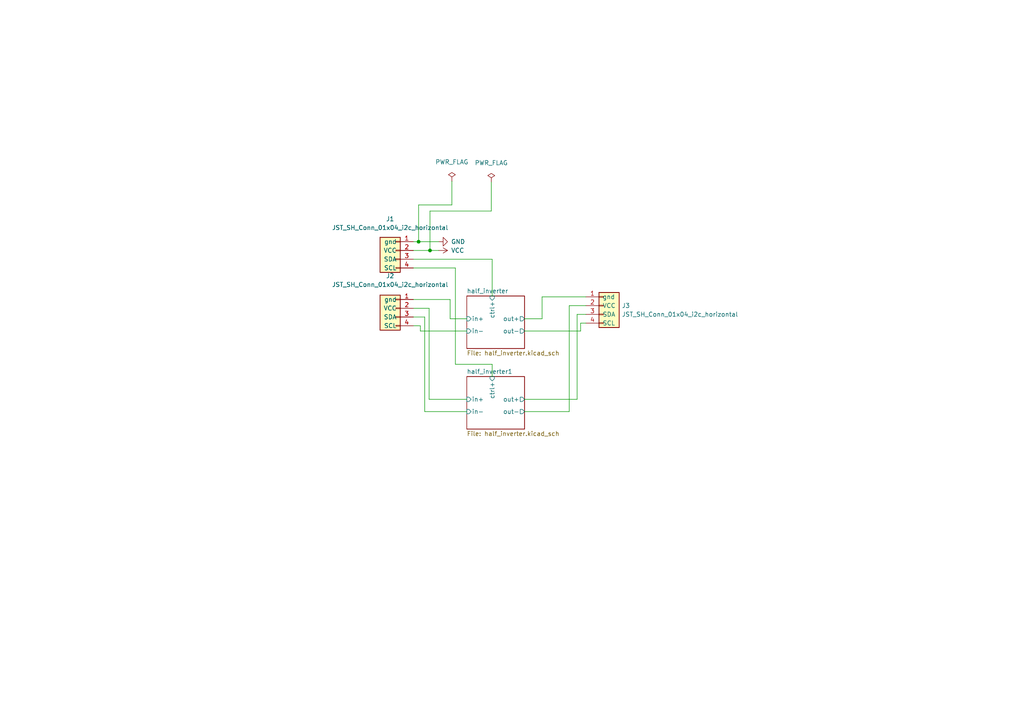
<source format=kicad_sch>
(kicad_sch (version 20211123) (generator eeschema)
  (paper "A4")
  (lib_symbols
    (symbol "0JLC-6:JST_SH_Conn_01x04_i2c_horizontal" (pin_names (offset 1.016))
      (property "Reference" "J" (at 0 5.08 0))
      (property "Value" "JST_SH_Conn_01x04_i2c_horizontal" (at 0 -7.62 0))
      (symbol "JST_SH_Conn_01x04_i2c_horizontal_1_1"
        (rectangle (start -1.27 -4.953) (end 0 -5.207) (stroke (width 0.1524)))
        (rectangle (start -1.27 -2.413) (end 0 -2.667) (stroke (width 0.1524)))
        (rectangle (start -1.27 0.127) (end 0 -0.127) (stroke (width 0.1524)))
        (rectangle (start -1.27 2.667) (end 0 2.413) (stroke (width 0.1524)))
        (rectangle (start -1.27 3.81) (end 4.572 -6.35) (stroke (width 0.254)) (fill (type background)))
        (pin passive line (at -5.08 2.54 0) (length 3.81) (name "gnd") (number "1"))
        (pin passive line (at -5.08 0 0) (length 3.81) (name "VCC") (number "2"))
        (pin passive line (at -5.08 -2.54 0) (length 3.81) (name "SDA") (number "3"))
        (pin passive line (at -5.08 -5.08 0) (length 3.81) (name "SCL") (number "4"))
      )
    )
    (symbol "power:GND" (power) (pin_names (offset 0))
      (property "Value" "GND" (at 0 -3.81 0))
      (symbol "GND_0_1"
        (polyline (pts (xy 0 0) (xy 0 -1.27) (xy 1.27 -1.27) (xy 0 -2.54) (xy -1.27 -1.27) (xy 0 -1.27)))
      )
      (symbol "GND_1_1"
        (pin power_in line (at 0 0 270) (length 0) hide (name "GND") (number "1"))
      )
    )
    (symbol "power:PWR_FLAG" (power) (pin_numbers hide) (pin_names (offset 0) hide)
      (property "Value" "PWR_FLAG" (at 0 3.81 0))
      (symbol "PWR_FLAG_0_0"
        (pin power_out line (at 0 0 90) (length 0) (name "pwr") (number "1"))
      )
      (symbol "PWR_FLAG_0_1"
        (polyline (pts (xy 0 0) (xy 0 1.27) (xy -1.016 1.905) (xy 0 2.54) (xy 1.016 1.905) (xy 0 1.27)))
      )
    )
    (symbol "power:VCC" (power) (pin_names (offset 0))
      (property "Value" "VCC" (at 0 3.81 0))
      (symbol "VCC_0_1"
        (polyline (pts (xy -0.762 1.27) (xy 0 2.54)))
        (polyline (pts (xy 0 0) (xy 0 2.54)))
        (polyline (pts (xy 0 2.54) (xy 0.762 1.27)))
      )
      (symbol "VCC_1_1"
        (pin power_in line (at 0 0 90) (length 0) hide (name "VCC") (number "1"))
      )
    )
  )
  (junction (at 124.714 72.644))
  (junction (at 121.412 70.104))
  (wire (pts (xy 132.08 77.724) (xy 132.08 105.664)))
  (wire (pts (xy 119.888 72.644) (xy 124.714 72.644)))
  (wire (pts (xy 119.888 70.104) (xy 121.412 70.104)))
  (wire (pts (xy 169.926 86.106) (xy 157.226 86.106)))
  (wire (pts (xy 132.08 105.664) (xy 142.748 105.664)))
  (wire (pts (xy 119.888 91.948) (xy 123.19 91.948)))
  (wire (pts (xy 142.748 105.664) (xy 142.748 109.22)))
  (wire (pts (xy 168.402 93.726) (xy 169.926 93.726)))
  (wire (pts (xy 131.064 59.436) (xy 121.412 59.436)))
  (wire (pts (xy 123.19 91.948) (xy 123.19 119.38)))
  (wire (pts (xy 152.146 96.012) (xy 168.402 96.012)))
  (wire (pts (xy 124.714 72.644) (xy 124.714 61.214)))
  (wire (pts (xy 130.556 86.868) (xy 130.556 92.456)))
  (wire (pts (xy 131.064 52.578) (xy 131.064 59.436)))
  (wire (pts (xy 124.46 115.824) (xy 124.46 89.408)))
  (wire (pts (xy 124.46 89.408) (xy 119.888 89.408)))
  (wire (pts (xy 119.888 86.868) (xy 130.556 86.868)))
  (wire (pts (xy 119.888 75.184) (xy 142.748 75.184)))
  (wire (pts (xy 169.926 91.186) (xy 167.386 91.186)))
  (wire (pts (xy 124.714 61.214) (xy 142.494 61.214)))
  (wire (pts (xy 168.402 96.012) (xy 168.402 93.726)))
  (wire (pts (xy 167.386 91.186) (xy 167.386 115.824)))
  (wire (pts (xy 152.146 119.38) (xy 165.1 119.38)))
  (wire (pts (xy 157.226 92.456) (xy 152.146 92.456)))
  (wire (pts (xy 167.386 115.824) (xy 152.146 115.824)))
  (wire (pts (xy 119.888 77.724) (xy 132.08 77.724)))
  (wire (pts (xy 142.748 75.184) (xy 142.748 85.852)))
  (wire (pts (xy 121.92 96.012) (xy 121.92 94.488)))
  (wire (pts (xy 130.556 92.456) (xy 135.382 92.456)))
  (wire (pts (xy 123.19 119.38) (xy 135.382 119.38)))
  (wire (pts (xy 165.1 88.646) (xy 169.926 88.646)))
  (wire (pts (xy 121.412 70.104) (xy 127.254 70.104)))
  (wire (pts (xy 121.92 94.488) (xy 119.888 94.488)))
  (wire (pts (xy 165.1 119.38) (xy 165.1 88.646)))
  (wire (pts (xy 135.382 115.824) (xy 124.46 115.824)))
  (wire (pts (xy 121.412 59.436) (xy 121.412 70.104)))
  (wire (pts (xy 157.226 86.106) (xy 157.226 92.456)))
  (wire (pts (xy 142.494 61.214) (xy 142.494 52.832)))
  (wire (pts (xy 124.714 72.644) (xy 127.254 72.644)))
  (wire (pts (xy 135.382 96.012) (xy 121.92 96.012)))
  (symbol (lib_id "0JLC-6:JST_SH_Conn_01x04_i2c_horizontal") (at 114.808 72.644 0) (mirror y) (unit 1)
    (property "Reference" "J1" (at 113.157 63.5 0))
    (property "Value" "JST_SH_Conn_01x04_i2c_horizontal" (at 113.157 66.04 0))
    (property "Footprint" "Connector_JST:JST_SH_BM04B-SRSS-TB_1x04-1MP_P1.00mm_Vertical" (effects hide))
    (property "LCSC" "C371571" (effects hide))
    (property "MPN" "A1001WR-S" (effects hide))
  )
  (symbol (lib_id "power:PWR_FLAG") (at 131.064 52.578 0) (unit 1)
    (property "Reference" "#FLG01" (effects hide))
    (property "Value" "PWR_FLAG" (at 131.064 46.99 0))
  )
  (symbol (lib_id "power:PWR_FLAG") (at 142.494 52.832 0) (unit 1)
    (property "Reference" "#FLG02" (effects hide))
    (property "Value" "PWR_FLAG" (at 142.494 47.244 0))
  )
  (symbol (lib_id "power:VCC") (at 127.254 72.644 270) (unit 1)
    (property "Reference" "#PWR02" (effects hide))
    (property "Value" "VCC" (at 130.81 72.6439 90) (effects (justify left)))
  )
  (symbol (lib_id "0JLC-6:JST_SH_Conn_01x04_i2c_horizontal") (at 114.808 89.408 0) (mirror y) (unit 1)
    (property "Reference" "J2" (at 113.157 80.01 0))
    (property "Value" "JST_SH_Conn_01x04_i2c_horizontal" (at 113.157 82.55 0))
    (property "Footprint" "Connector_JST:JST_SH_BM04B-SRSS-TB_1x04-1MP_P1.00mm_Vertical" (effects hide))
    (property "LCSC" "C371571" (effects hide))
    (property "MPN" "A1001WR-S" (effects hide))
  )
  (symbol (lib_id "power:GND") (at 127.254 70.104 90) (unit 1)
    (property "Reference" "#PWR01" (effects hide))
    (property "Value" "GND" (at 130.81 70.1039 90) (effects (justify right)))
  )
  (symbol (lib_id "0JLC-6:JST_SH_Conn_01x04_i2c_horizontal") (at 175.006 88.646 0) (unit 1)
    (property "Reference" "J3" (at 180.34 88.6459 0) (effects (justify left)))
    (property "Value" "JST_SH_Conn_01x04_i2c_horizontal" (at 180.34 91.1859 0) (effects (justify left)))
    (property "Footprint" "Connector_JST:JST_SH_BM04B-SRSS-TB_1x04-1MP_P1.00mm_Vertical" (effects hide))
    (property "LCSC" "C371571" (effects hide))
    (property "MPN" "A1001WR-S" (effects hide))
  )
  (sheet (at 135.382 85.852) (size 16.764 15.24) (stroke (width 0.1524))
    (property "Sheet name" "half_inverter" (at 135.382 85.1404 0) (effects (justify left bottom)))
    (property "Sheet file" "half_inverter.kicad_sch" (at 135.382 101.6766 0) (effects (justify left top)))
    (pin "in+" input (at 135.382 92.456 180))
    (pin "ctrl+" input (at 142.748 85.852 90))
    (pin "in-" input (at 135.382 96.012 180))
    (pin "out-" output (at 152.146 96.012 0))
    (pin "out+" output (at 152.146 92.456 0))
  )
  (sheet (at 135.382 109.22) (size 16.764 15.24) (stroke (width 0.1524))
    (property "Sheet name" "half_inverter1" (at 135.382 108.5084 0) (effects (justify left bottom)))
    (property "Sheet file" "half_inverter.kicad_sch" (at 135.382 125.0446 0) (effects (justify left top)))
    (pin "in+" input (at 135.382 115.824 180))
    (pin "ctrl+" input (at 142.748 109.22 90))
    (pin "in-" input (at 135.382 119.38 180))
    (pin "out-" output (at 152.146 119.38 0))
    (pin "out+" output (at 152.146 115.824 0))
  )
)
</source>
